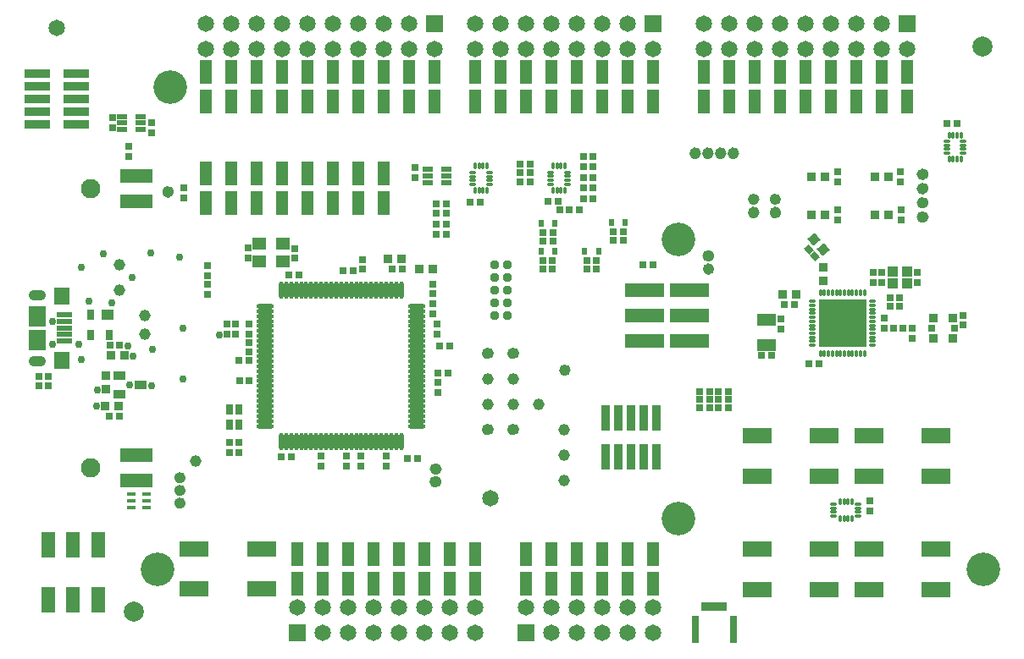
<source format=gts>
G04 Layer_Color=8388736*
%FSLAX24Y24*%
%MOIN*%
G70*
G01*
G75*
%ADD93C,0.0240*%
%ADD94R,0.0296X0.0257*%
%ADD95R,0.0257X0.0296*%
%ADD96R,0.0296X0.0277*%
%ADD97C,0.0139*%
%ADD98O,0.0136X0.0305*%
%ADD99O,0.0305X0.0136*%
%ADD100R,0.0277X0.0296*%
%ADD101R,0.0769X0.0454*%
%ADD102R,0.0355X0.0375*%
%ADD103R,0.0462X0.0922*%
%ADD104R,0.0532X0.1044*%
%ADD105R,0.1312X0.0560*%
%ADD106R,0.1005X0.0359*%
%ADD107R,0.1143X0.0611*%
%ADD108O,0.0710X0.0178*%
%ADD109O,0.0178X0.0710*%
%ADD110R,0.0532X0.0493*%
%ADD111R,0.0375X0.0355*%
%ADD112R,0.0336X0.0178*%
%ADD113R,0.0454X0.0395*%
%ADD114R,0.0296X0.0395*%
%ADD115R,0.0316X0.0395*%
%ADD116C,0.0787*%
%ADD117C,0.0454*%
%ADD118R,0.0460X0.0360*%
%ADD119R,0.0414X0.0198*%
%ADD120R,0.1560X0.0560*%
%ADD121R,0.0375X0.0355*%
%ADD122R,0.0288X0.0257*%
%ADD123R,0.0611X0.0690*%
%ADD124R,0.0670X0.0808*%
%ADD125R,0.0592X0.0217*%
%ADD126R,0.0360X0.0380*%
G04:AMPARAMS|DCode=127|XSize=25.7mil|YSize=31.6mil|CornerRadius=0mil|HoleSize=0mil|Usage=FLASHONLY|Rotation=40.000|XOffset=0mil|YOffset=0mil|HoleType=Round|Shape=Rectangle|*
%AMROTATEDRECTD127*
4,1,4,0.0003,-0.0204,-0.0200,0.0038,-0.0003,0.0204,0.0200,-0.0038,0.0003,-0.0204,0.0*
%
%ADD127ROTATEDRECTD127*%

G04:AMPARAMS|DCode=128|XSize=37.5mil|YSize=35.5mil|CornerRadius=0mil|HoleSize=0mil|Usage=FLASHONLY|Rotation=40.000|XOffset=0mil|YOffset=0mil|HoleType=Round|Shape=Rectangle|*
%AMROTATEDRECTD128*
4,1,4,-0.0029,-0.0257,-0.0258,0.0016,0.0029,0.0257,0.0258,-0.0016,-0.0029,-0.0257,0.0*
%
%ADD128ROTATEDRECTD128*%

%ADD129R,0.0316X0.0257*%
%ADD130C,0.0370*%
%ADD131R,0.1910X0.1910*%
%ADD132O,0.0139X0.0316*%
%ADD133O,0.0316X0.0139*%
%ADD134R,0.0359X0.1005*%
%ADD135R,0.0217X0.0257*%
%ADD136R,0.0434X0.0395*%
%ADD137R,0.0198X0.0375*%
%ADD138R,0.0296X0.1084*%
%ADD139C,0.0651*%
%ADD140R,0.0651X0.0651*%
%ADD141C,0.1320*%
%ADD142C,0.0761*%
%ADD143O,0.0690X0.0414*%
%ADD144C,0.0300*%
D93*
X27276Y15340D02*
G03*
X27276Y15340I-110J0D01*
G01*
X27298D02*
G03*
X27298Y15340I-110J0D01*
G01*
X27292Y14820D02*
G03*
X27292Y14820I-110J0D01*
G01*
X21640Y10838D02*
G03*
X21640Y10838I-110J0D01*
G01*
X35733Y17430D02*
G03*
X35733Y17430I-110J0D01*
G01*
X35711D02*
G03*
X35711Y17430I-110J0D01*
G01*
X35733Y16870D02*
G03*
X35733Y16870I-110J0D01*
G01*
X35711D02*
G03*
X35711Y16870I-110J0D01*
G01*
X6020Y17852D02*
G03*
X6020Y17852I-110J0D01*
G01*
Y17874D02*
G03*
X6020Y17874I-110J0D01*
G01*
X6488Y6596D02*
G03*
X6488Y6596I-110J0D01*
G01*
Y6096D02*
G03*
X6488Y6096I-110J0D01*
G01*
Y5596D02*
G03*
X6488Y5596I-110J0D01*
G01*
X28270Y19366D02*
G03*
X28270Y19366I-110J0D01*
G01*
Y19388D02*
G03*
X28270Y19388I-110J0D01*
G01*
X27770Y19366D02*
G03*
X27770Y19366I-110J0D01*
G01*
Y19388D02*
G03*
X27770Y19388I-110J0D01*
G01*
X27270Y19366D02*
G03*
X27270Y19366I-110J0D01*
G01*
Y19388D02*
G03*
X27270Y19388I-110J0D01*
G01*
X26770Y19366D02*
G03*
X26770Y19366I-110J0D01*
G01*
Y19388D02*
G03*
X26770Y19388I-110J0D01*
G01*
X29070Y17054D02*
G03*
X29070Y17054I-110J0D01*
G01*
Y17032D02*
G03*
X29070Y17032I-110J0D01*
G01*
X29920Y17054D02*
G03*
X29920Y17054I-110J0D01*
G01*
Y17032D02*
G03*
X29920Y17032I-110J0D01*
G01*
Y17572D02*
G03*
X29920Y17572I-110J0D01*
G01*
X29070D02*
G03*
X29070Y17572I-110J0D01*
G01*
X35711Y18550D02*
G03*
X35711Y18550I-110J0D01*
G01*
X35733D02*
G03*
X35733Y18550I-110J0D01*
G01*
X35711Y17990D02*
G03*
X35711Y17990I-110J0D01*
G01*
X35733D02*
G03*
X35733Y17990I-110J0D01*
G01*
X16536Y6440D02*
G03*
X16536Y6440I-110J0D01*
G01*
X16558D02*
G03*
X16558Y6440I-110J0D01*
G01*
X16546Y6940D02*
G03*
X16546Y6940I-110J0D01*
G01*
X16568D02*
G03*
X16568Y6940I-110J0D01*
G01*
X18596Y8496D02*
G03*
X18596Y8496I-110J0D01*
G01*
X18618D02*
G03*
X18618Y8496I-110J0D01*
G01*
X18596Y11496D02*
G03*
X18596Y11496I-110J0D01*
G01*
X18618D02*
G03*
X18618Y11496I-110J0D01*
G01*
X19596D02*
G03*
X19596Y11496I-110J0D01*
G01*
X19618D02*
G03*
X19618Y11496I-110J0D01*
G01*
X19596Y8496D02*
G03*
X19596Y8496I-110J0D01*
G01*
X19618D02*
G03*
X19618Y8496I-110J0D01*
G01*
D94*
X36573Y20540D02*
D03*
X36967D02*
D03*
X27227Y9350D02*
D03*
X26833D02*
D03*
X34712Y13362D02*
D03*
X34318D02*
D03*
X34712Y13692D02*
D03*
X34318D02*
D03*
X30158Y13432D02*
D03*
X30552D02*
D03*
X3987Y9016D02*
D03*
X3593D02*
D03*
X15133Y14826D02*
D03*
X14739D02*
D03*
X4013Y11806D02*
D03*
X3619D02*
D03*
X13193Y14746D02*
D03*
X12799D02*
D03*
X29653Y11408D02*
D03*
X29259D02*
D03*
X31138Y11072D02*
D03*
X31532D02*
D03*
X822Y10236D02*
D03*
X1215D02*
D03*
X9083Y11216D02*
D03*
X8689D02*
D03*
X9113Y10416D02*
D03*
X8719D02*
D03*
X10753Y7436D02*
D03*
X10359D02*
D03*
X16943Y10736D02*
D03*
X16549D02*
D03*
X11073Y14576D02*
D03*
X10679D02*
D03*
X27967Y9350D02*
D03*
X27573D02*
D03*
X20663Y15908D02*
D03*
X21057D02*
D03*
X21048Y14818D02*
D03*
X20654D02*
D03*
X22780Y14825D02*
D03*
X22386D02*
D03*
X23444Y15937D02*
D03*
X23838D02*
D03*
X20873Y17478D02*
D03*
X21267D02*
D03*
X17796Y17458D02*
D03*
X18190D02*
D03*
D95*
X33527Y5687D02*
D03*
Y5293D02*
D03*
X34005Y14688D02*
D03*
Y14295D02*
D03*
X14500Y7049D02*
D03*
Y7443D02*
D03*
X11936Y7049D02*
D03*
Y7443D02*
D03*
X9096Y12259D02*
D03*
Y12653D02*
D03*
X8226Y12259D02*
D03*
Y12653D02*
D03*
X13556Y15203D02*
D03*
Y14809D02*
D03*
X37189Y12605D02*
D03*
Y12998D02*
D03*
X30016Y12845D02*
D03*
Y12452D02*
D03*
X35405Y14295D02*
D03*
Y14689D02*
D03*
X34105Y12485D02*
D03*
Y12878D02*
D03*
X9066Y15269D02*
D03*
Y15663D02*
D03*
X16336Y13463D02*
D03*
Y13069D02*
D03*
X16486Y12269D02*
D03*
Y12663D02*
D03*
X16516Y10353D02*
D03*
Y9959D02*
D03*
X10886Y15239D02*
D03*
Y15633D02*
D03*
X35200Y12089D02*
D03*
Y12483D02*
D03*
X9096Y11539D02*
D03*
Y11933D02*
D03*
X33675Y14688D02*
D03*
Y14295D02*
D03*
D96*
X24987Y14990D02*
D03*
X24593D02*
D03*
X20163Y18258D02*
D03*
X19769D02*
D03*
X822Y10586D02*
D03*
X1215D02*
D03*
X16482Y17386D02*
D03*
X16875D02*
D03*
X16482Y16176D02*
D03*
X16875D02*
D03*
X16482Y17016D02*
D03*
X16875D02*
D03*
X16482Y16596D02*
D03*
X16875D02*
D03*
X16983Y11796D02*
D03*
X16589D02*
D03*
X15333Y7366D02*
D03*
X15727D02*
D03*
X22646Y18006D02*
D03*
X22253D02*
D03*
X20663Y16248D02*
D03*
X21057D02*
D03*
X22646Y17586D02*
D03*
X22253D02*
D03*
X22646Y18426D02*
D03*
X22253D02*
D03*
X22646Y18846D02*
D03*
X22253D02*
D03*
X22646Y19266D02*
D03*
X22253D02*
D03*
X20654Y15158D02*
D03*
X21048D02*
D03*
X22386Y15165D02*
D03*
X22780D02*
D03*
X23444Y16277D02*
D03*
X23838D02*
D03*
X21710Y17138D02*
D03*
X21316D02*
D03*
X22104D02*
D03*
X21710D02*
D03*
X20163Y18608D02*
D03*
X19769D02*
D03*
X20163Y18958D02*
D03*
X19769D02*
D03*
X26832Y9686D02*
D03*
X27225D02*
D03*
X27965D02*
D03*
X27572D02*
D03*
X27965Y9986D02*
D03*
X27572D02*
D03*
X26832D02*
D03*
X27225D02*
D03*
D97*
X27044Y15340D02*
D03*
X27310D02*
D03*
X27060Y14820D02*
D03*
X27306D02*
D03*
X21530Y10714D02*
D03*
Y10960D02*
D03*
X35745Y17430D02*
D03*
X35479D02*
D03*
X35745Y16870D02*
D03*
X35479D02*
D03*
X5910Y17730D02*
D03*
Y17996D02*
D03*
X6500Y6596D02*
D03*
X6254D02*
D03*
X6500Y6096D02*
D03*
X6254D02*
D03*
X6500Y5596D02*
D03*
X6254D02*
D03*
X28160Y19244D02*
D03*
Y19510D02*
D03*
X27660Y19244D02*
D03*
Y19510D02*
D03*
X27160Y19244D02*
D03*
Y19510D02*
D03*
X26660Y19244D02*
D03*
Y19510D02*
D03*
X28960Y17176D02*
D03*
Y16910D02*
D03*
X29810Y17176D02*
D03*
Y16910D02*
D03*
Y17696D02*
D03*
Y17450D02*
D03*
X28960Y17696D02*
D03*
Y17450D02*
D03*
X35479Y18550D02*
D03*
X35745D02*
D03*
X35479Y17990D02*
D03*
X35745D02*
D03*
X16304Y6440D02*
D03*
X16570D02*
D03*
X16314Y6940D02*
D03*
X16580D02*
D03*
X18364Y8496D02*
D03*
X18630D02*
D03*
X18364Y11496D02*
D03*
X18630D02*
D03*
X19364D02*
D03*
X19630D02*
D03*
X19364Y8496D02*
D03*
X19630D02*
D03*
D98*
X32833Y5645D02*
D03*
X32675D02*
D03*
X32518D02*
D03*
X32360D02*
D03*
Y4995D02*
D03*
X32518D02*
D03*
X32675D02*
D03*
X32833D02*
D03*
X21536Y18882D02*
D03*
X21378D02*
D03*
X21221D02*
D03*
X21063D02*
D03*
Y17918D02*
D03*
X21221D02*
D03*
X21378D02*
D03*
X21536D02*
D03*
X18472Y18870D02*
D03*
X18315D02*
D03*
X18158D02*
D03*
X18000D02*
D03*
Y17905D02*
D03*
X18158D02*
D03*
X18315D02*
D03*
X18472D02*
D03*
X36654Y19138D02*
D03*
X36811D02*
D03*
X36969D02*
D03*
X37126D02*
D03*
Y20102D02*
D03*
X36969D02*
D03*
X36811D02*
D03*
X36654D02*
D03*
D99*
X32114Y5556D02*
D03*
Y5399D02*
D03*
Y5241D02*
D03*
Y5084D02*
D03*
X33079D02*
D03*
Y5241D02*
D03*
Y5399D02*
D03*
Y5556D02*
D03*
X21624Y18164D02*
D03*
Y18321D02*
D03*
Y18479D02*
D03*
Y18636D02*
D03*
X20975D02*
D03*
Y18479D02*
D03*
Y18321D02*
D03*
Y18164D02*
D03*
X18561Y18152D02*
D03*
Y18309D02*
D03*
Y18466D02*
D03*
Y18624D02*
D03*
X17911D02*
D03*
Y18466D02*
D03*
Y18309D02*
D03*
Y18152D02*
D03*
X36565Y19856D02*
D03*
Y19699D02*
D03*
Y19541D02*
D03*
Y19384D02*
D03*
X37215D02*
D03*
Y19541D02*
D03*
Y19699D02*
D03*
Y19856D02*
D03*
D100*
X7460Y14210D02*
D03*
Y13816D02*
D03*
X7460Y14559D02*
D03*
Y14952D02*
D03*
X13513Y7447D02*
D03*
Y7053D02*
D03*
X12924Y7447D02*
D03*
Y7053D02*
D03*
X8576Y12259D02*
D03*
Y12653D02*
D03*
X8703Y7589D02*
D03*
Y7983D02*
D03*
X8329Y7589D02*
D03*
Y7983D02*
D03*
X3720Y20379D02*
D03*
Y20773D02*
D03*
X32250Y17147D02*
D03*
Y16753D02*
D03*
X34760D02*
D03*
Y17147D02*
D03*
X34740Y18253D02*
D03*
Y18647D02*
D03*
X32250Y18253D02*
D03*
Y18647D02*
D03*
X4360Y19653D02*
D03*
Y19259D02*
D03*
X5260Y20189D02*
D03*
Y20583D02*
D03*
X15630Y18429D02*
D03*
Y18823D02*
D03*
X16336Y14233D02*
D03*
Y13839D02*
D03*
X6520Y18013D02*
D03*
Y17619D02*
D03*
D101*
X29456Y12811D02*
D03*
Y11826D02*
D03*
D102*
X30620Y13832D02*
D03*
X30089D02*
D03*
X3956Y9436D02*
D03*
X3424D02*
D03*
X3660Y11406D02*
D03*
X4192D02*
D03*
X15092Y15226D02*
D03*
X14560D02*
D03*
X16316Y14806D02*
D03*
X15784D02*
D03*
D103*
X23000Y3573D02*
D03*
X23000Y2419D02*
D03*
X25000Y3573D02*
D03*
X24000D02*
D03*
X21000D02*
D03*
X20000D02*
D03*
X25000Y2419D02*
D03*
X24000D02*
D03*
X21000D02*
D03*
X20000D02*
D03*
X22000Y3573D02*
D03*
Y2419D02*
D03*
X13000Y2419D02*
D03*
X17000D02*
D03*
X13000Y3573D02*
D03*
X17000D02*
D03*
X12000Y2419D02*
D03*
X11000D02*
D03*
X16000D02*
D03*
X15000D02*
D03*
X18000D02*
D03*
X12000Y3573D02*
D03*
X11000D02*
D03*
X16000Y3573D02*
D03*
X15000Y3573D02*
D03*
X18000D02*
D03*
X14000Y2419D02*
D03*
Y3573D02*
D03*
X14400Y22573D02*
D03*
X10400D02*
D03*
X14400Y21419D02*
D03*
X10400Y21419D02*
D03*
X16400Y22573D02*
D03*
X15400D02*
D03*
X12400D02*
D03*
X11400D02*
D03*
X9400D02*
D03*
X8400D02*
D03*
X16400Y21419D02*
D03*
X15400D02*
D03*
X12400D02*
D03*
X11400D02*
D03*
X9400D02*
D03*
X8400Y21419D02*
D03*
X13400Y22573D02*
D03*
X7400D02*
D03*
X13400Y21419D02*
D03*
X7400D02*
D03*
X23000Y22573D02*
D03*
X19000D02*
D03*
X23000Y21419D02*
D03*
X19000D02*
D03*
X24000Y22573D02*
D03*
X25000D02*
D03*
X20000D02*
D03*
X21000D02*
D03*
X18000D02*
D03*
X24000Y21419D02*
D03*
X25000D02*
D03*
X20000Y21419D02*
D03*
X21000Y21419D02*
D03*
X18000D02*
D03*
X22000Y22573D02*
D03*
Y21419D02*
D03*
X32000Y21419D02*
D03*
Y22573D02*
D03*
X28000Y21419D02*
D03*
X31000D02*
D03*
X30000Y21419D02*
D03*
X35000Y21419D02*
D03*
X34000D02*
D03*
X28000Y22573D02*
D03*
X31000D02*
D03*
X30000D02*
D03*
X35000D02*
D03*
X34000D02*
D03*
X29000Y21419D02*
D03*
X33000D02*
D03*
X29000Y22573D02*
D03*
X33000D02*
D03*
X27000D02*
D03*
Y21419D02*
D03*
X13400Y18573D02*
D03*
Y17419D02*
D03*
X14400Y18573D02*
D03*
Y17419D02*
D03*
X8400Y18573D02*
D03*
Y17419D02*
D03*
X9400D02*
D03*
Y18573D02*
D03*
X10400Y17419D02*
D03*
Y18573D02*
D03*
X12400Y17419D02*
D03*
Y18573D02*
D03*
X11400Y17419D02*
D03*
Y18573D02*
D03*
X7400D02*
D03*
Y17419D02*
D03*
D104*
X3164Y3949D02*
D03*
X1196D02*
D03*
X2180D02*
D03*
Y1783D02*
D03*
X1196D02*
D03*
X3164D02*
D03*
D105*
X4650Y6496D02*
D03*
Y7496D02*
D03*
Y18496D02*
D03*
Y17496D02*
D03*
D106*
X762Y20506D02*
D03*
Y21006D02*
D03*
Y21506D02*
D03*
Y22006D02*
D03*
Y22506D02*
D03*
X2298Y20506D02*
D03*
Y21006D02*
D03*
Y21506D02*
D03*
Y22006D02*
D03*
Y22506D02*
D03*
D107*
X29091Y6669D02*
D03*
Y8244D02*
D03*
X31749Y6669D02*
D03*
Y8244D02*
D03*
X33491Y6669D02*
D03*
Y8244D02*
D03*
X36149Y6669D02*
D03*
Y8244D02*
D03*
X9599Y3783D02*
D03*
Y2209D02*
D03*
X6941Y3783D02*
D03*
Y2209D02*
D03*
X36149Y3774D02*
D03*
Y2199D02*
D03*
X33491Y3774D02*
D03*
Y2199D02*
D03*
X31749Y3774D02*
D03*
Y2199D02*
D03*
X29091Y3774D02*
D03*
Y2199D02*
D03*
D108*
X15708Y12571D02*
D03*
Y12768D02*
D03*
Y12177D02*
D03*
Y12374D02*
D03*
Y13358D02*
D03*
Y12965D02*
D03*
Y13161D02*
D03*
Y11193D02*
D03*
Y11390D02*
D03*
Y10799D02*
D03*
Y10996D02*
D03*
Y11783D02*
D03*
Y11980D02*
D03*
Y11587D02*
D03*
Y10405D02*
D03*
Y10602D02*
D03*
Y10012D02*
D03*
Y10209D02*
D03*
Y9815D02*
D03*
Y9421D02*
D03*
Y9618D02*
D03*
Y9028D02*
D03*
Y9224D02*
D03*
Y8634D02*
D03*
Y8831D02*
D03*
X9744Y13358D02*
D03*
Y12177D02*
D03*
Y12374D02*
D03*
Y11783D02*
D03*
Y11980D02*
D03*
Y12965D02*
D03*
Y13161D02*
D03*
Y12571D02*
D03*
Y12768D02*
D03*
Y10799D02*
D03*
Y10996D02*
D03*
Y10405D02*
D03*
Y10602D02*
D03*
Y11390D02*
D03*
Y11587D02*
D03*
Y11193D02*
D03*
Y9618D02*
D03*
Y10209D02*
D03*
Y9815D02*
D03*
Y10012D02*
D03*
Y9224D02*
D03*
Y9421D02*
D03*
Y8831D02*
D03*
Y9028D02*
D03*
Y8634D02*
D03*
D109*
X15088Y13978D02*
D03*
X14498D02*
D03*
X14301D02*
D03*
X14891D02*
D03*
X14695D02*
D03*
X13710D02*
D03*
X13513D02*
D03*
X14104D02*
D03*
X13907D02*
D03*
X13317D02*
D03*
X13120D02*
D03*
X12923D02*
D03*
X12726D02*
D03*
X12529D02*
D03*
X15088Y8014D02*
D03*
X13120D02*
D03*
X12923D02*
D03*
X13513D02*
D03*
X13317D02*
D03*
X12529D02*
D03*
X12332D02*
D03*
X12726D02*
D03*
X14498D02*
D03*
X14301D02*
D03*
X14891D02*
D03*
X14695D02*
D03*
X13907D02*
D03*
X13710D02*
D03*
X14104D02*
D03*
X11939Y13978D02*
D03*
X11742D02*
D03*
X12332D02*
D03*
X12136D02*
D03*
X10561D02*
D03*
X11545D02*
D03*
X11348D02*
D03*
X10758D02*
D03*
X10364D02*
D03*
X11151D02*
D03*
X10954D02*
D03*
X11742Y8014D02*
D03*
X11545D02*
D03*
X12136D02*
D03*
X11939D02*
D03*
X10954D02*
D03*
X10758D02*
D03*
X11348D02*
D03*
X11151D02*
D03*
X10561D02*
D03*
X10364D02*
D03*
D110*
X10446Y15807D02*
D03*
Y15105D02*
D03*
X9506Y15807D02*
D03*
Y15105D02*
D03*
D111*
X3470Y10612D02*
D03*
Y10080D02*
D03*
X31705Y14897D02*
D03*
Y14366D02*
D03*
D112*
X5080Y5948D02*
D03*
Y5692D02*
D03*
Y5436D02*
D03*
X4450Y5692D02*
D03*
Y5948D02*
D03*
Y5436D02*
D03*
D113*
X3521Y13030D02*
D03*
D114*
X2852D02*
D03*
X3600Y12222D02*
D03*
X2852D02*
D03*
D115*
X8683Y9271D02*
D03*
Y8701D02*
D03*
X8349Y9271D02*
D03*
Y8701D02*
D03*
D116*
X4580Y1310D02*
D03*
X37973Y23596D02*
D03*
D117*
X5000Y12246D02*
D03*
Y12996D02*
D03*
X4000Y13996D02*
D03*
Y14996D02*
D03*
X18500Y9496D02*
D03*
Y10496D02*
D03*
X19500Y9496D02*
D03*
Y10496D02*
D03*
X21500Y8496D02*
D03*
Y7496D02*
D03*
X7000Y7246D02*
D03*
X21500Y6496D02*
D03*
X20500Y9496D02*
D03*
D118*
X4827Y10252D02*
D03*
X4000Y9878D02*
D03*
Y10626D02*
D03*
D119*
X4096Y20320D02*
D03*
Y20576D02*
D03*
Y20832D02*
D03*
X4844D02*
D03*
Y20576D02*
D03*
Y20320D02*
D03*
X16126Y18230D02*
D03*
X16126Y18486D02*
D03*
X16126Y18742D02*
D03*
X16874D02*
D03*
Y18486D02*
D03*
Y18230D02*
D03*
D120*
X24675Y13996D02*
D03*
X26425D02*
D03*
X24675Y12996D02*
D03*
X26425D02*
D03*
X24675Y11996D02*
D03*
X26425D02*
D03*
D121*
X36793Y12885D02*
D03*
Y12078D02*
D03*
X36045Y12885D02*
D03*
Y12078D02*
D03*
D122*
X36875Y12482D02*
D03*
X35962D02*
D03*
D123*
X1730Y13756D02*
D03*
Y11236D02*
D03*
D124*
X765Y12024D02*
D03*
Y12968D02*
D03*
D125*
X1818Y11984D02*
D03*
Y12240D02*
D03*
Y13008D02*
D03*
Y12752D02*
D03*
Y12496D02*
D03*
D126*
X34275Y16940D02*
D03*
X33725D02*
D03*
X31775D02*
D03*
X31225D02*
D03*
X34275Y18440D02*
D03*
X33725D02*
D03*
X31775D02*
D03*
X31225D02*
D03*
D127*
X31125Y15595D02*
D03*
X31365Y15308D02*
D03*
D128*
X31344Y15995D02*
D03*
X31686Y15588D02*
D03*
D129*
X34468Y12482D02*
D03*
X34842D02*
D03*
D130*
X18750Y13496D02*
D03*
Y12996D02*
D03*
Y13996D02*
D03*
Y14496D02*
D03*
X19250D02*
D03*
X18750Y14996D02*
D03*
X19250Y12996D02*
D03*
Y13996D02*
D03*
Y13496D02*
D03*
Y14996D02*
D03*
D131*
X32455Y12682D02*
D03*
D132*
X31589Y13873D02*
D03*
X31746D02*
D03*
X31904D02*
D03*
X32061D02*
D03*
X32218D02*
D03*
X32376D02*
D03*
X32533D02*
D03*
X32691D02*
D03*
X32848D02*
D03*
X33006D02*
D03*
X33163D02*
D03*
X33321D02*
D03*
Y11491D02*
D03*
X33163D02*
D03*
X33006D02*
D03*
X32848D02*
D03*
X32691D02*
D03*
X32533D02*
D03*
X32376D02*
D03*
X32218D02*
D03*
X32061D02*
D03*
X31904D02*
D03*
X31746D02*
D03*
X31589D02*
D03*
D133*
X33646Y13548D02*
D03*
Y13390D02*
D03*
Y13233D02*
D03*
Y13075D02*
D03*
Y12918D02*
D03*
Y12760D02*
D03*
Y12603D02*
D03*
Y12445D02*
D03*
Y12288D02*
D03*
Y12130D02*
D03*
Y11973D02*
D03*
Y11815D02*
D03*
X31264D02*
D03*
Y11973D02*
D03*
Y12130D02*
D03*
Y12288D02*
D03*
Y12445D02*
D03*
Y12603D02*
D03*
Y12760D02*
D03*
Y12918D02*
D03*
Y13075D02*
D03*
Y13233D02*
D03*
Y13390D02*
D03*
Y13548D02*
D03*
D134*
X25120Y7430D02*
D03*
X24620D02*
D03*
X24120D02*
D03*
X23620D02*
D03*
X23120D02*
D03*
X25120Y8965D02*
D03*
X24620D02*
D03*
X24120D02*
D03*
X23620D02*
D03*
X23120D02*
D03*
D135*
X21138Y16618D02*
D03*
X20587D02*
D03*
X21139Y15528D02*
D03*
X20587D02*
D03*
X22859D02*
D03*
X22308D02*
D03*
X23909Y16650D02*
D03*
X23358D02*
D03*
D136*
X34419Y14265D02*
D03*
Y14718D02*
D03*
X34990D02*
D03*
Y14265D02*
D03*
D137*
X27797Y1520D02*
D03*
X27010D02*
D03*
X27207D02*
D03*
X27404D02*
D03*
X27601D02*
D03*
D138*
X26656Y614D02*
D03*
X28152D02*
D03*
D139*
X9400Y24496D02*
D03*
Y23496D02*
D03*
X12400D02*
D03*
Y24496D02*
D03*
X14400Y23496D02*
D03*
Y24496D02*
D03*
X15400Y23496D02*
D03*
Y24496D02*
D03*
X16400Y23496D02*
D03*
X13400Y24496D02*
D03*
Y23496D02*
D03*
X11400Y24496D02*
D03*
Y23496D02*
D03*
X10400D02*
D03*
Y24496D02*
D03*
X8400D02*
D03*
Y23496D02*
D03*
X7400D02*
D03*
Y24496D02*
D03*
X19000D02*
D03*
Y23496D02*
D03*
X20000D02*
D03*
Y24496D02*
D03*
X22000Y23496D02*
D03*
Y24496D02*
D03*
X25000Y23496D02*
D03*
X24000Y24496D02*
D03*
Y23496D02*
D03*
X23000Y24496D02*
D03*
Y23496D02*
D03*
X21000Y24496D02*
D03*
Y23496D02*
D03*
X18000D02*
D03*
Y24496D02*
D03*
X17000Y496D02*
D03*
Y1496D02*
D03*
X16000D02*
D03*
Y496D02*
D03*
X14000Y1496D02*
D03*
Y496D02*
D03*
X11000Y1496D02*
D03*
X12000Y496D02*
D03*
Y1496D02*
D03*
X13000Y496D02*
D03*
Y1496D02*
D03*
X15000Y496D02*
D03*
Y1496D02*
D03*
X18000D02*
D03*
Y496D02*
D03*
X24000Y1496D02*
D03*
Y496D02*
D03*
X22000Y1496D02*
D03*
Y496D02*
D03*
X21000Y1496D02*
D03*
Y496D02*
D03*
X20000Y1496D02*
D03*
X23000Y496D02*
D03*
Y1496D02*
D03*
X25000Y496D02*
D03*
Y1496D02*
D03*
X27000Y23496D02*
D03*
Y24496D02*
D03*
X29000D02*
D03*
Y23496D02*
D03*
X30000D02*
D03*
Y24496D02*
D03*
X32000Y23496D02*
D03*
Y24496D02*
D03*
X35000Y23496D02*
D03*
X34000Y24496D02*
D03*
Y23496D02*
D03*
X33000Y24496D02*
D03*
Y23496D02*
D03*
X31000Y24496D02*
D03*
Y23496D02*
D03*
X28000D02*
D03*
Y24496D02*
D03*
X18600Y5780D02*
D03*
X1530Y24306D02*
D03*
D140*
X16400Y24496D02*
D03*
X25000D02*
D03*
X11000Y496D02*
D03*
X20000D02*
D03*
X35000Y24496D02*
D03*
D141*
X38000Y2996D02*
D03*
X6000Y21996D02*
D03*
X5500Y2996D02*
D03*
X26000Y15996D02*
D03*
Y4996D02*
D03*
D142*
X2880Y6996D02*
D03*
Y17996D02*
D03*
D143*
X765Y13795D02*
D03*
Y11197D02*
D03*
D144*
X5250Y10236D02*
D03*
X4410Y10246D02*
D03*
X3140Y10066D02*
D03*
X3100Y9426D02*
D03*
X4500Y14496D02*
D03*
X4546Y11396D02*
D03*
X2390Y11866D02*
D03*
X6500Y10496D02*
D03*
X7916Y12236D02*
D03*
X5296Y11666D02*
D03*
X3700Y13500D02*
D03*
X6500Y12496D02*
D03*
X6350Y15280D02*
D03*
X4326Y11791D02*
D03*
X1360Y12750D02*
D03*
Y11840D02*
D03*
X2510Y11260D02*
D03*
X2790Y13550D02*
D03*
X2500Y14870D02*
D03*
X5240Y15440D02*
D03*
X3370Y15430D02*
D03*
M02*

</source>
